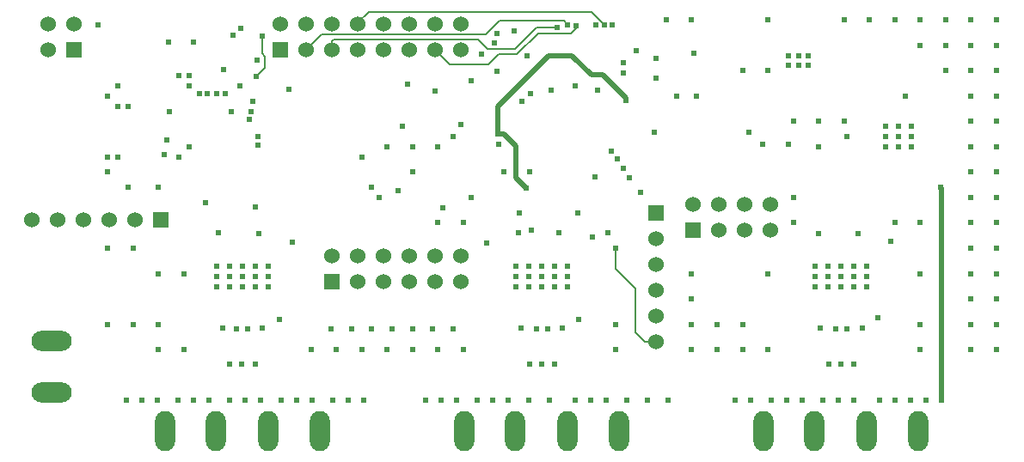
<source format=gbr>
G04 (created by PCBNEW (2013-07-07 BZR 4022)-stable) date 01/02/2015 03:27:20*
%MOIN*%
G04 Gerber Fmt 3.4, Leading zero omitted, Abs format*
%FSLAX34Y34*%
G01*
G70*
G90*
G04 APERTURE LIST*
%ADD10C,0.00590551*%
%ADD11O,0.156X0.078*%
%ADD12O,0.078X0.156*%
%ADD13R,0.06X0.06*%
%ADD14C,0.06*%
%ADD15C,0.024*%
%ADD16C,0.02*%
%ADD17C,0.00787402*%
%ADD18C,0.006*%
G04 APERTURE END LIST*
G54D10*
G54D11*
X43110Y-46923D03*
X43110Y-48893D03*
G54D12*
X47510Y-50400D03*
X49480Y-50400D03*
X51500Y-50400D03*
X53500Y-50400D03*
X59110Y-50400D03*
X61080Y-50400D03*
X63100Y-50400D03*
X65100Y-50400D03*
X70710Y-50400D03*
X72680Y-50400D03*
X74700Y-50400D03*
X76700Y-50400D03*
G54D13*
X51972Y-35618D03*
G54D14*
X51972Y-34618D03*
X52972Y-35618D03*
X52972Y-34618D03*
X53972Y-35618D03*
X53972Y-34618D03*
X54972Y-35618D03*
X54972Y-34618D03*
X55972Y-35618D03*
X55972Y-34618D03*
X56972Y-35618D03*
X56972Y-34618D03*
X57972Y-35618D03*
X57972Y-34618D03*
X58972Y-35618D03*
X58972Y-34618D03*
G54D13*
X43972Y-35618D03*
G54D14*
X42972Y-35618D03*
X43972Y-34618D03*
X42972Y-34618D03*
G54D13*
X47342Y-42204D03*
G54D14*
X46342Y-42204D03*
X45342Y-42204D03*
X44342Y-42204D03*
X43342Y-42204D03*
X42342Y-42204D03*
G54D13*
X66515Y-41929D03*
G54D14*
X66515Y-42929D03*
X66515Y-43929D03*
X66515Y-44929D03*
X66515Y-45929D03*
X66515Y-46929D03*
G54D13*
X53972Y-44618D03*
G54D14*
X53972Y-43618D03*
X54972Y-44618D03*
X54972Y-43618D03*
X55972Y-44618D03*
X55972Y-43618D03*
X56972Y-44618D03*
X56972Y-43618D03*
X57972Y-44618D03*
X57972Y-43618D03*
X58972Y-44618D03*
X58972Y-43618D03*
G54D13*
X67972Y-42618D03*
G54D14*
X67972Y-41618D03*
X68972Y-42618D03*
X68972Y-41618D03*
X69972Y-42618D03*
X69972Y-41618D03*
X70972Y-42618D03*
X70972Y-41618D03*
G54D15*
X62100Y-44400D03*
X62600Y-44400D03*
X63100Y-44400D03*
X62600Y-44000D03*
X62100Y-44000D03*
X62100Y-44800D03*
X62600Y-44800D03*
X63100Y-44800D03*
X63100Y-44000D03*
X61600Y-44000D03*
X61600Y-44400D03*
X61600Y-44800D03*
X61100Y-44000D03*
X61100Y-44400D03*
X61100Y-44800D03*
X50500Y-44400D03*
X51000Y-44400D03*
X51500Y-44400D03*
X51500Y-44000D03*
X51000Y-44000D03*
X50500Y-44000D03*
X50000Y-44000D03*
X49500Y-44000D03*
X49500Y-44400D03*
X50000Y-44400D03*
X50500Y-44800D03*
X50000Y-44800D03*
X49500Y-44800D03*
X51000Y-44800D03*
X51500Y-44800D03*
X73700Y-44400D03*
X74200Y-44400D03*
X74700Y-44400D03*
X74700Y-44800D03*
X74200Y-44800D03*
X73700Y-44800D03*
X73200Y-44800D03*
X72700Y-44800D03*
X72700Y-44400D03*
X73200Y-44400D03*
X73700Y-44000D03*
X74200Y-44000D03*
X74700Y-44000D03*
X73200Y-44000D03*
X72700Y-44000D03*
X75925Y-38976D03*
X76417Y-38976D03*
X76417Y-38582D03*
X75925Y-38582D03*
X76417Y-39370D03*
X75925Y-39370D03*
X75433Y-39370D03*
X75433Y-38976D03*
X75433Y-38582D03*
X79724Y-47244D03*
X79724Y-46259D03*
X79724Y-45275D03*
X79724Y-44291D03*
X79724Y-43307D03*
X79724Y-42322D03*
X79724Y-41338D03*
X79724Y-40354D03*
X79724Y-39370D03*
X79724Y-38385D03*
X79724Y-37401D03*
X79724Y-36417D03*
X79724Y-35433D03*
X79724Y-34448D03*
X78740Y-34448D03*
X77755Y-34448D03*
X76771Y-34448D03*
X75787Y-34448D03*
X74803Y-34448D03*
X73818Y-34448D03*
X70866Y-34448D03*
X67913Y-34448D03*
X66929Y-34448D03*
X69881Y-36417D03*
X70866Y-36417D03*
X67913Y-47244D03*
X67913Y-46259D03*
X67913Y-45275D03*
X67913Y-44291D03*
X68897Y-47244D03*
X68897Y-46259D03*
X69881Y-46259D03*
X69881Y-47244D03*
X70866Y-47244D03*
X71850Y-42322D03*
X71850Y-41338D03*
X75787Y-42322D03*
X76771Y-42322D03*
X64960Y-46259D03*
X64960Y-47244D03*
X59055Y-47244D03*
X58070Y-47244D03*
X57086Y-47244D03*
X56102Y-47244D03*
X55118Y-47244D03*
X54133Y-47244D03*
X53149Y-47244D03*
X58070Y-42322D03*
X59055Y-42322D03*
X46259Y-46259D03*
X45275Y-46259D03*
X47244Y-46259D03*
X47244Y-47244D03*
X48228Y-47244D03*
X47244Y-44291D03*
X48228Y-44291D03*
X46259Y-43307D03*
X45275Y-43307D03*
X56102Y-39370D03*
X57086Y-39370D03*
X58070Y-39370D03*
X57086Y-40354D03*
X45275Y-37401D03*
X45275Y-40354D03*
X72834Y-38385D03*
X71850Y-38385D03*
X73818Y-38385D03*
X72834Y-39370D03*
X77755Y-35433D03*
X76771Y-35433D03*
X78740Y-35433D03*
X78740Y-36417D03*
X77755Y-36417D03*
X78740Y-37401D03*
X78740Y-38385D03*
X78740Y-39370D03*
X78740Y-40354D03*
X78740Y-41338D03*
X78740Y-42322D03*
X78740Y-43307D03*
X78740Y-44291D03*
X78740Y-45275D03*
X78740Y-47244D03*
X78740Y-46259D03*
X76771Y-46259D03*
X76771Y-47244D03*
X76771Y-44291D03*
X70866Y-44291D03*
X48031Y-39763D03*
X48425Y-39370D03*
X46062Y-40944D03*
X47244Y-40944D03*
X50393Y-37007D03*
X48031Y-36614D03*
X48425Y-36614D03*
X48425Y-37007D03*
X45669Y-37007D03*
X45669Y-37795D03*
X46062Y-37795D03*
X45669Y-39763D03*
X45275Y-39763D03*
X44881Y-34645D03*
X56692Y-38582D03*
X55118Y-39763D03*
X55511Y-40944D03*
X58661Y-38976D03*
X58267Y-41732D03*
X64173Y-40551D03*
X63385Y-37007D03*
X67322Y-37401D03*
X68110Y-37401D03*
X53937Y-46456D03*
X54724Y-46456D03*
X55511Y-46456D03*
X56299Y-46456D03*
X57086Y-46456D03*
X57874Y-46456D03*
X58661Y-46456D03*
X50433Y-34763D03*
X61496Y-40984D03*
X60393Y-38858D03*
X65354Y-37559D03*
X62893Y-35826D03*
X61600Y-49200D03*
X62400Y-49200D03*
X63400Y-49200D03*
X64000Y-49200D03*
X64600Y-49200D03*
X57600Y-49200D03*
X58200Y-49200D03*
X58800Y-49200D03*
X52000Y-49200D03*
X52600Y-49200D03*
X53200Y-49200D03*
X46000Y-49200D03*
X46600Y-49200D03*
X47200Y-49200D03*
X48000Y-49200D03*
X48600Y-49200D03*
X49200Y-49200D03*
X51200Y-49200D03*
X50600Y-49200D03*
X50000Y-49200D03*
X55200Y-49200D03*
X54600Y-49200D03*
X54000Y-49200D03*
X60800Y-49200D03*
X60200Y-49200D03*
X59600Y-49200D03*
X67000Y-49200D03*
X66200Y-49200D03*
X65400Y-49200D03*
X72200Y-49200D03*
X71600Y-49200D03*
X71000Y-49200D03*
X77600Y-49200D03*
X77000Y-49200D03*
X76400Y-49200D03*
X75800Y-49200D03*
X75200Y-49200D03*
X73000Y-49200D03*
X73600Y-49200D03*
X74200Y-49200D03*
X69600Y-49200D03*
X70200Y-49200D03*
X76181Y-37401D03*
X77559Y-40944D03*
X75629Y-43031D03*
X52440Y-43070D03*
X50118Y-35039D03*
X49566Y-42716D03*
X66456Y-38818D03*
X72834Y-42755D03*
X47480Y-39665D03*
X51003Y-41712D03*
X64960Y-43307D03*
X47637Y-35314D03*
X61181Y-42716D03*
X52283Y-37125D03*
X59350Y-36811D03*
X64251Y-37165D03*
X61515Y-35826D03*
X64665Y-42716D03*
X63484Y-41929D03*
X61712Y-42618D03*
X61220Y-41929D03*
X61614Y-40354D03*
X60433Y-39271D03*
X65748Y-35629D03*
X68011Y-35728D03*
X66535Y-36712D03*
X73917Y-38976D03*
X71653Y-39271D03*
X70669Y-39271D03*
X72440Y-36220D03*
X72440Y-35826D03*
X72047Y-35826D03*
X72047Y-36220D03*
X71653Y-36220D03*
X71653Y-35826D03*
X51141Y-42755D03*
X62755Y-42716D03*
X74370Y-42755D03*
X50826Y-37992D03*
X61653Y-37322D03*
X50905Y-37598D03*
X61338Y-37598D03*
X57972Y-37204D03*
X50078Y-37992D03*
X50748Y-38307D03*
X62480Y-37165D03*
X59763Y-35787D03*
X49763Y-36377D03*
X60350Y-36450D03*
X56900Y-36950D03*
X65255Y-40196D03*
X65492Y-40570D03*
X64783Y-39527D03*
X65019Y-39842D03*
X64527Y-34645D03*
X64842Y-34645D03*
X64212Y-34645D03*
X63425Y-34685D03*
X62696Y-34724D03*
X63090Y-34625D03*
X60374Y-34960D03*
X60275Y-35334D03*
X49724Y-46417D03*
X61299Y-46417D03*
X72913Y-46417D03*
X50275Y-46456D03*
X61889Y-46456D03*
X73503Y-46456D03*
X51259Y-46417D03*
X62913Y-46417D03*
X74527Y-46417D03*
X50708Y-46456D03*
X62322Y-46456D03*
X73937Y-46456D03*
X58976Y-38503D03*
X48582Y-35314D03*
X59350Y-41338D03*
X55787Y-41338D03*
X61023Y-34881D03*
X51062Y-36023D03*
X60629Y-40354D03*
X56535Y-41062D03*
X49133Y-37322D03*
X48818Y-37322D03*
X51102Y-39291D03*
X51102Y-38976D03*
X49842Y-37322D03*
X49488Y-37322D03*
X47650Y-38000D03*
X51929Y-46062D03*
X63543Y-46062D03*
X75118Y-46023D03*
X47550Y-39100D03*
X49055Y-41535D03*
X64055Y-42874D03*
X59980Y-43110D03*
X65944Y-41141D03*
X73228Y-47795D03*
X73700Y-47795D03*
X74212Y-47795D03*
X62598Y-47795D03*
X62086Y-47795D03*
X61614Y-47795D03*
X50000Y-47795D03*
X50472Y-47795D03*
X50984Y-47795D03*
X51023Y-36653D03*
X51259Y-35078D03*
X70118Y-38818D03*
X65255Y-36515D03*
X65255Y-36122D03*
X66535Y-35925D03*
G54D16*
X60629Y-38858D02*
X61102Y-39330D01*
X61102Y-39330D02*
X61102Y-40590D01*
X61102Y-40590D02*
X61496Y-40984D01*
X60393Y-38858D02*
X60629Y-38858D01*
X62362Y-35826D02*
X60393Y-37795D01*
X60393Y-37795D02*
X60393Y-38858D01*
X62362Y-35826D02*
X62893Y-35826D01*
X62893Y-35826D02*
X63267Y-35826D01*
X65354Y-37480D02*
X65354Y-37559D01*
X64448Y-36574D02*
X65354Y-37480D01*
X64015Y-36574D02*
X64448Y-36574D01*
X63267Y-35826D02*
X64015Y-36574D01*
X77600Y-49200D02*
X77600Y-40985D01*
X77600Y-40985D02*
X77559Y-40944D01*
G54D17*
X64960Y-43307D02*
X64960Y-44094D01*
X66082Y-46929D02*
X66515Y-46929D01*
X65728Y-46574D02*
X66082Y-46929D01*
X65728Y-44862D02*
X65728Y-46574D01*
X64960Y-44094D02*
X65728Y-44862D01*
G54D18*
X63779Y-34133D02*
X64015Y-34133D01*
X54972Y-34555D02*
X55393Y-34133D01*
X55393Y-34133D02*
X63779Y-34133D01*
X54972Y-34555D02*
X54972Y-34618D01*
X64015Y-34133D02*
X64527Y-34645D01*
X63425Y-34685D02*
X63425Y-34774D01*
X58535Y-36181D02*
X57972Y-35618D01*
X60039Y-36181D02*
X58535Y-36181D01*
X60433Y-35787D02*
X60039Y-36181D01*
X61141Y-35787D02*
X60433Y-35787D01*
X61968Y-34960D02*
X61141Y-35787D01*
X63239Y-34960D02*
X61968Y-34960D01*
X63425Y-34774D02*
X63239Y-34960D01*
X61909Y-34744D02*
X62677Y-34744D01*
X53972Y-35259D02*
X54015Y-35216D01*
X54015Y-35216D02*
X59625Y-35216D01*
X59625Y-35216D02*
X60000Y-35590D01*
X60000Y-35590D02*
X61062Y-35590D01*
X61062Y-35590D02*
X61909Y-34744D01*
X53972Y-35618D02*
X53972Y-35259D01*
X62677Y-34744D02*
X62696Y-34724D01*
X60452Y-34488D02*
X62952Y-34488D01*
X52972Y-35610D02*
X52972Y-35618D01*
X59921Y-35019D02*
X60452Y-34488D01*
X53562Y-35019D02*
X59921Y-35019D01*
X52972Y-35610D02*
X53562Y-35019D01*
X62952Y-34488D02*
X63090Y-34625D01*
X51377Y-36299D02*
X51023Y-36653D01*
X51377Y-35866D02*
X51377Y-36299D01*
X51259Y-35748D02*
X51377Y-35866D01*
X51259Y-35078D02*
X51259Y-35748D01*
M02*

</source>
